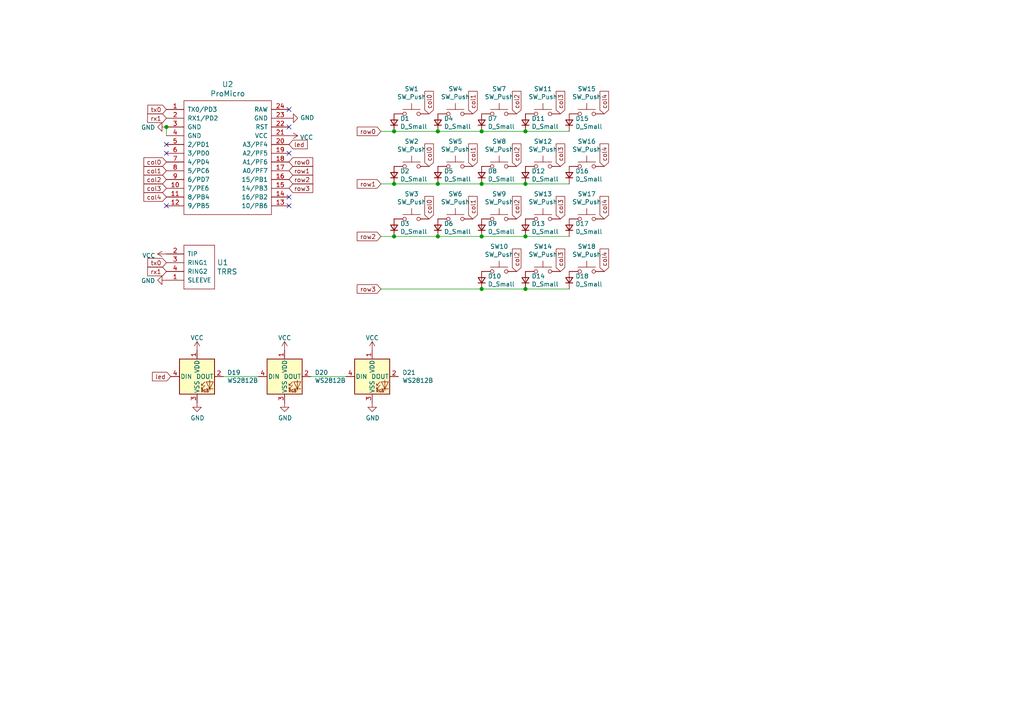
<source format=kicad_sch>
(kicad_sch (version 20210621) (generator eeschema)
  (paper "A4")
  (lib_symbols
    (symbol "Device:D_Small" (pin_numbers hide) (pin_names (offset 0.254) hide)
      (property "Reference" "D" (at -1.27 2.032 0))
      (property "Value" "D_Small" (at -3.81 -2.032 0))
      (symbol "D_Small_0_1"
        (polyline (pts (xy -0.762 -1.016) (xy -0.762 1.016)) (stroke (width 0.254)))
        (polyline (pts (xy -0.762 0) (xy 0.762 0)))
        (polyline (pts (xy 0.762 -1.016) (xy -0.762 0) (xy 0.762 1.016) (xy 0.762 -1.016)) (stroke (width 0.254)))
      )
      (symbol "D_Small_1_1"
        (pin passive line (at -2.54 0 0) (length 1.778) (name "K") (number "1"))
        (pin passive line (at 2.54 0 180) (length 1.778) (name "A") (number "2"))
      )
    )
    (symbol "LED:WS2812B" (pin_names (offset 0.254))
      (property "Reference" "D" (at 5.08 5.715 0))
      (property "Value" "WS2812B" (at 1.27 -5.715 0))
      (symbol "WS2812B_0_0"
        (text "RGB" (at 2.286 -4.191 0) (effects (font (size 0.762 0.762))))
      )
      (symbol "WS2812B_0_1"
        (rectangle (start 5.08 5.08) (end -5.08 -5.08) (stroke (width 0.254)) (fill (type background)))
        (polyline (pts (xy 1.27 -3.556) (xy 1.778 -3.556)))
        (polyline (pts (xy 1.27 -2.54) (xy 1.778 -2.54)))
        (polyline (pts (xy 4.699 -3.556) (xy 2.667 -3.556)))
        (polyline (pts (xy 2.286 -2.54) (xy 1.27 -3.556) (xy 1.27 -3.048)))
        (polyline (pts (xy 2.286 -1.524) (xy 1.27 -2.54) (xy 1.27 -2.032)))
        (polyline (pts (xy 3.683 -1.016) (xy 3.683 -3.556) (xy 3.683 -4.064)))
        (polyline (pts (xy 4.699 -1.524) (xy 2.667 -1.524) (xy 3.683 -3.556) (xy 4.699 -1.524)))
      )
      (symbol "WS2812B_1_1"
        (pin power_in line (at 0 7.62 270) (length 2.54) (name "VDD") (number "1"))
        (pin output line (at 7.62 0 180) (length 2.54) (name "DOUT") (number "2"))
        (pin power_in line (at 0 -7.62 90) (length 2.54) (name "VSS") (number "3"))
        (pin input line (at -7.62 0 0) (length 2.54) (name "DIN") (number "4"))
      )
    )
    (symbol "Switch:SW_Push" (pin_numbers hide) (pin_names (offset 1.016) hide)
      (property "Reference" "SW" (at 1.27 2.54 0))
      (property "Value" "SW_Push" (at 0 -1.524 0))
      (symbol "SW_Push_0_1"
        (circle (center -2.032 0) (radius 0.508))
        (circle (center 2.032 0) (radius 0.508))
        (polyline (pts (xy 0 1.27) (xy 0 3.048)))
        (polyline (pts (xy 2.54 1.27) (xy -2.54 1.27)))
        (pin passive line (at -5.08 0 0) (length 2.54) (name "1") (number "1"))
        (pin passive line (at 5.08 0 180) (length 2.54) (name "2") (number "2"))
      )
    )
    (symbol "keebio:ProMicro" (pin_names (offset 1.016))
      (property "Reference" "U" (at 0 0 0))
      (property "Value" "ProMicro" (at 0 -19.05 0))
      (symbol "ProMicro_0_1"
        (rectangle (start -12.7 -16.51) (end 12.7 16.51))
      )
      (symbol "ProMicro_1_1"
        (pin input line (at -17.78 13.97 0) (length 5.08) (name "TX0/PD3") (number "1"))
        (pin input line (at -17.78 -8.89 0) (length 5.08) (name "7/PE6") (number "10"))
        (pin input line (at -17.78 -11.43 0) (length 5.08) (name "8/PB4") (number "11"))
        (pin input line (at -17.78 -13.97 0) (length 5.08) (name "9/PB5") (number "12"))
        (pin input line (at 17.78 -13.97 180) (length 5.08) (name "10/PB6") (number "13"))
        (pin input line (at 17.78 -11.43 180) (length 5.08) (name "16/PB2") (number "14"))
        (pin input line (at 17.78 -8.89 180) (length 5.08) (name "14/PB3") (number "15"))
        (pin input line (at 17.78 -6.35 180) (length 5.08) (name "15/PB1") (number "16"))
        (pin input line (at 17.78 -3.81 180) (length 5.08) (name "A0/PF7") (number "17"))
        (pin input line (at 17.78 -1.27 180) (length 5.08) (name "A1/PF6") (number "18"))
        (pin input line (at 17.78 1.27 180) (length 5.08) (name "A2/PF5") (number "19"))
        (pin input line (at -17.78 11.43 0) (length 5.08) (name "RX1/PD2") (number "2"))
        (pin input line (at 17.78 3.81 180) (length 5.08) (name "A3/PF4") (number "20"))
        (pin input line (at 17.78 6.35 180) (length 5.08) (name "VCC") (number "21"))
        (pin input line (at 17.78 8.89 180) (length 5.08) (name "RST") (number "22"))
        (pin input line (at 17.78 11.43 180) (length 5.08) (name "GND") (number "23"))
        (pin input line (at 17.78 13.97 180) (length 5.08) (name "RAW") (number "24"))
        (pin input line (at -17.78 8.89 0) (length 5.08) (name "GND") (number "3"))
        (pin input line (at -17.78 6.35 0) (length 5.08) (name "GND") (number "4"))
        (pin input line (at -17.78 3.81 0) (length 5.08) (name "2/PD1") (number "5"))
        (pin input line (at -17.78 1.27 0) (length 5.08) (name "3/PD0") (number "6"))
        (pin input line (at -17.78 -1.27 0) (length 5.08) (name "4/PD4") (number "7"))
        (pin input line (at -17.78 -3.81 0) (length 5.08) (name "5/PC6") (number "8"))
        (pin input line (at -17.78 -6.35 0) (length 5.08) (name "6/PD7") (number "9"))
      )
    )
    (symbol "keebio:TRRS" (pin_names (offset 1.016))
      (property "Reference" "U" (at 0 15.24 0))
      (property "Value" "TRRS" (at 0 -2.54 0))
      (symbol "TRRS_0_1"
        (rectangle (start -3.81 0) (end -3.81 12.7))
        (rectangle (start -3.81 12.7) (end 5.08 12.7))
        (rectangle (start 5.08 0) (end -3.81 0))
        (rectangle (start 5.08 12.7) (end 5.08 0))
      )
      (symbol "TRRS_1_1"
        (pin input line (at -8.89 2.54 0) (length 5.08) (name "SLEEVE") (number "1"))
        (pin input line (at -8.89 10.16 0) (length 5.08) (name "TIP") (number "2"))
        (pin input line (at -8.89 7.62 0) (length 5.08) (name "RING1") (number "3"))
        (pin input line (at -8.89 5.08 0) (length 5.08) (name "RING2") (number "4"))
      )
    )
    (symbol "power:GND" (power) (pin_names (offset 0))
      (property "Value" "GND" (at 0 -3.81 0))
      (symbol "GND_0_1"
        (polyline (pts (xy 0 0) (xy 0 -1.27) (xy 1.27 -1.27) (xy 0 -2.54) (xy -1.27 -1.27) (xy 0 -1.27)))
      )
      (symbol "GND_1_1"
        (pin power_in line (at 0 0 270) (length 0) hide (name "GND") (number "1"))
      )
    )
    (symbol "power:VCC" (power) (pin_names (offset 0))
      (property "Value" "VCC" (at 0 3.81 0))
      (symbol "VCC_0_1"
        (polyline (pts (xy -0.762 1.27) (xy 0 2.54)))
        (polyline (pts (xy 0 0) (xy 0 2.54)))
        (polyline (pts (xy 0 2.54) (xy 0.762 1.27)))
      )
      (symbol "VCC_1_1"
        (pin power_in line (at 0 0 90) (length 0) hide (name "VCC") (number "1"))
      )
    )
  )
  (junction (at 48.26 36.83) (diameter 1.016))
  (junction (at 114.3 38.1) (diameter 1.016))
  (junction (at 114.3 53.34) (diameter 1.016))
  (junction (at 114.3 68.58) (diameter 1.016))
  (junction (at 127 38.1) (diameter 1.016))
  (junction (at 127 53.34) (diameter 1.016))
  (junction (at 127 68.58) (diameter 1.016))
  (junction (at 139.7 38.1) (diameter 1.016))
  (junction (at 139.7 53.34) (diameter 1.016))
  (junction (at 139.7 68.58) (diameter 1.016))
  (junction (at 139.7 83.82) (diameter 1.016))
  (junction (at 152.4 38.1) (diameter 1.016))
  (junction (at 152.4 53.34) (diameter 1.016))
  (junction (at 152.4 68.58) (diameter 1.016))
  (junction (at 152.4 83.82) (diameter 1.016))
  (no_connect (at 48.26 41.91))
  (no_connect (at 48.26 44.45))
  (no_connect (at 48.26 59.69))
  (no_connect (at 83.82 31.75))
  (no_connect (at 83.82 36.83))
  (no_connect (at 83.82 44.45))
  (no_connect (at 83.82 57.15))
  (no_connect (at 83.82 59.69))
  (wire (pts (xy 48.26 39.37) (xy 48.26 36.83)))
  (wire (pts (xy 64.77 109.22) (xy 74.93 109.22)))
  (wire (pts (xy 90.17 109.22) (xy 100.33 109.22)))
  (wire (pts (xy 110.49 38.1) (xy 114.3 38.1)))
  (wire (pts (xy 110.49 53.34) (xy 114.3 53.34)))
  (wire (pts (xy 110.49 68.58) (xy 114.3 68.58)))
  (wire (pts (xy 110.49 83.82) (xy 139.7 83.82)))
  (wire (pts (xy 114.3 38.1) (xy 127 38.1)))
  (wire (pts (xy 114.3 53.34) (xy 127 53.34)))
  (wire (pts (xy 114.3 68.58) (xy 127 68.58)))
  (wire (pts (xy 127 38.1) (xy 139.7 38.1)))
  (wire (pts (xy 127 53.34) (xy 139.7 53.34)))
  (wire (pts (xy 127 68.58) (xy 139.7 68.58)))
  (wire (pts (xy 139.7 38.1) (xy 152.4 38.1)))
  (wire (pts (xy 139.7 53.34) (xy 152.4 53.34)))
  (wire (pts (xy 139.7 68.58) (xy 152.4 68.58)))
  (wire (pts (xy 139.7 83.82) (xy 152.4 83.82)))
  (wire (pts (xy 152.4 38.1) (xy 165.1 38.1)))
  (wire (pts (xy 152.4 53.34) (xy 165.1 53.34)))
  (wire (pts (xy 152.4 68.58) (xy 165.1 68.58)))
  (wire (pts (xy 152.4 83.82) (xy 165.1 83.82)))
  (global_label "tx0" (shape input) (at 48.26 31.75 180) (property "Intersheet References" "${INTERSHEET_REFS}" (effects hide)))
  (global_label "rx1" (shape input) (at 48.26 34.29 180) (property "Intersheet References" "${INTERSHEET_REFS}" (effects hide)))
  (global_label "col0" (shape input) (at 48.26 46.99 180) (property "Intersheet References" "${INTERSHEET_REFS}" (effects hide)))
  (global_label "col1" (shape input) (at 48.26 49.53 180) (property "Intersheet References" "${INTERSHEET_REFS}" (effects hide)))
  (global_label "col2" (shape input) (at 48.26 52.07 180) (property "Intersheet References" "${INTERSHEET_REFS}" (effects hide)))
  (global_label "col3" (shape input) (at 48.26 54.61 180) (property "Intersheet References" "${INTERSHEET_REFS}" (effects hide)))
  (global_label "col4" (shape input) (at 48.26 57.15 180) (property "Intersheet References" "${INTERSHEET_REFS}" (effects hide)))
  (global_label "tx0" (shape input) (at 48.26 76.2 180) (property "Intersheet References" "${INTERSHEET_REFS}" (effects hide)))
  (global_label "rx1" (shape input) (at 48.26 78.74 180) (property "Intersheet References" "${INTERSHEET_REFS}" (effects hide)))
  (global_label "led" (shape input) (at 49.53 109.22 180) (property "Intersheet References" "${INTERSHEET_REFS}" (effects hide)))
  (global_label "led" (shape input) (at 83.82 41.91 0) (property "Intersheet References" "${INTERSHEET_REFS}" (effects hide)))
  (global_label "row0" (shape input) (at 83.82 46.99 0) (property "Intersheet References" "${INTERSHEET_REFS}" (effects hide)))
  (global_label "row1" (shape input) (at 83.82 49.53 0) (property "Intersheet References" "${INTERSHEET_REFS}" (effects hide)))
  (global_label "row2" (shape input) (at 83.82 52.07 0) (property "Intersheet References" "${INTERSHEET_REFS}" (effects hide)))
  (global_label "row3" (shape input) (at 83.82 54.61 0) (property "Intersheet References" "${INTERSHEET_REFS}" (effects hide)))
  (global_label "row0" (shape input) (at 110.49 38.1 180) (property "Intersheet References" "${INTERSHEET_REFS}" (effects hide)))
  (global_label "row1" (shape input) (at 110.49 53.34 180) (property "Intersheet References" "${INTERSHEET_REFS}" (effects hide)))
  (global_label "row2" (shape input) (at 110.49 68.58 180) (property "Intersheet References" "${INTERSHEET_REFS}" (effects hide)))
  (global_label "row3" (shape input) (at 110.49 83.82 180) (property "Intersheet References" "${INTERSHEET_REFS}" (effects hide)))
  (global_label "col0" (shape input) (at 124.46 33.02 90) (property "Intersheet References" "${INTERSHEET_REFS}" (effects hide)))
  (global_label "col0" (shape input) (at 124.46 48.26 90) (property "Intersheet References" "${INTERSHEET_REFS}" (effects hide)))
  (global_label "col0" (shape input) (at 124.46 63.5 90) (property "Intersheet References" "${INTERSHEET_REFS}" (effects hide)))
  (global_label "col1" (shape input) (at 137.16 33.02 90) (property "Intersheet References" "${INTERSHEET_REFS}" (effects hide)))
  (global_label "col1" (shape input) (at 137.16 48.26 90) (property "Intersheet References" "${INTERSHEET_REFS}" (effects hide)))
  (global_label "col1" (shape input) (at 137.16 63.5 90) (property "Intersheet References" "${INTERSHEET_REFS}" (effects hide)))
  (global_label "col2" (shape input) (at 149.86 33.02 90) (property "Intersheet References" "${INTERSHEET_REFS}" (effects hide)))
  (global_label "col2" (shape input) (at 149.86 48.26 90) (property "Intersheet References" "${INTERSHEET_REFS}" (effects hide)))
  (global_label "col2" (shape input) (at 149.86 63.5 90) (property "Intersheet References" "${INTERSHEET_REFS}" (effects hide)))
  (global_label "col2" (shape input) (at 149.86 78.74 90) (property "Intersheet References" "${INTERSHEET_REFS}" (effects hide)))
  (global_label "col3" (shape input) (at 162.56 33.02 90) (property "Intersheet References" "${INTERSHEET_REFS}" (effects hide)))
  (global_label "col3" (shape input) (at 162.56 48.26 90) (property "Intersheet References" "${INTERSHEET_REFS}" (effects hide)))
  (global_label "col3" (shape input) (at 162.56 63.5 90) (property "Intersheet References" "${INTERSHEET_REFS}" (effects hide)))
  (global_label "col3" (shape input) (at 162.56 78.74 90) (property "Intersheet References" "${INTERSHEET_REFS}" (effects hide)))
  (global_label "col4" (shape input) (at 175.26 33.02 90) (property "Intersheet References" "${INTERSHEET_REFS}" (effects hide)))
  (global_label "col4" (shape input) (at 175.26 48.26 90) (property "Intersheet References" "${INTERSHEET_REFS}" (effects hide)))
  (global_label "col4" (shape input) (at 175.26 63.5 90) (property "Intersheet References" "${INTERSHEET_REFS}" (effects hide)))
  (global_label "col4" (shape input) (at 175.26 78.74 90) (property "Intersheet References" "${INTERSHEET_REFS}" (effects hide)))
  (symbol (lib_id "power:VCC") (at 48.26 73.66 90) (unit 1)
    (property "Reference" "#PWR0104" (effects hide))
    (property "Value" "VCC" (at 45.0849 74.139 90) (effects (justify left)))
  )
  (symbol (lib_id "power:VCC") (at 57.15 101.6 0) (unit 1)
    (property "Reference" "#PWR0105" (effects hide))
    (property "Value" "VCC" (at 57.15 97.9954 0))
  )
  (symbol (lib_id "power:VCC") (at 82.55 101.6 0) (unit 1)
    (property "Reference" "#PWR0102" (effects hide))
    (property "Value" "VCC" (at 82.55 97.9954 0))
  )
  (symbol (lib_id "power:VCC") (at 83.82 39.37 270) (unit 1)
    (property "Reference" "#PWR0103" (effects hide))
    (property "Value" "VCC" (at 86.9951 39.849 90) (effects (justify left)))
  )
  (symbol (lib_id "power:VCC") (at 107.95 101.6 0) (unit 1)
    (property "Reference" "#PWR0101" (effects hide))
    (property "Value" "VCC" (at 107.95 97.9954 0))
  )
  (symbol (lib_id "power:GND") (at 48.26 36.83 270) (unit 1)
    (property "Reference" "#PWR01" (effects hide))
    (property "Value" "GND" (at 45.0088 36.957 90) (effects (justify right)))
  )
  (symbol (lib_id "power:GND") (at 48.26 81.28 270) (unit 1)
    (property "Reference" "#PWR02" (effects hide))
    (property "Value" "GND" (at 45.0088 81.407 90) (effects (justify right)))
  )
  (symbol (lib_id "power:GND") (at 57.15 116.84 0) (unit 1)
    (property "Reference" "#PWR04" (effects hide))
    (property "Value" "GND" (at 57.277 121.2342 0))
  )
  (symbol (lib_id "power:GND") (at 82.55 116.84 0) (unit 1)
    (property "Reference" "#PWR05" (effects hide))
    (property "Value" "GND" (at 82.677 121.2342 0))
  )
  (symbol (lib_id "power:GND") (at 83.82 34.29 90) (unit 1)
    (property "Reference" "#PWR03" (effects hide))
    (property "Value" "GND" (at 87.0712 34.163 90) (effects (justify right)))
  )
  (symbol (lib_id "power:GND") (at 107.95 116.84 0) (unit 1)
    (property "Reference" "#PWR06" (effects hide))
    (property "Value" "GND" (at 108.077 121.2342 0))
  )
  (symbol (lib_id "Device:D_Small") (at 114.3 35.56 90) (unit 1)
    (property "Reference" "D1" (at 116.078 34.3916 90) (effects (justify right)))
    (property "Value" "D_Small" (at 116.078 36.703 90) (effects (justify right)))
    (property "Footprint" "perce:D_MiniMELF-DoubleSide" (effects hide))
  )
  (symbol (lib_id "Device:D_Small") (at 114.3 50.8 90) (unit 1)
    (property "Reference" "D2" (at 116.078 49.6316 90) (effects (justify right)))
    (property "Value" "D_Small" (at 116.078 51.943 90) (effects (justify right)))
    (property "Footprint" "perce:D_MiniMELF-DoubleSide" (effects hide))
  )
  (symbol (lib_id "Device:D_Small") (at 114.3 66.04 90) (unit 1)
    (property "Reference" "D3" (at 116.078 64.8716 90) (effects (justify right)))
    (property "Value" "D_Small" (at 116.078 67.183 90) (effects (justify right)))
    (property "Footprint" "perce:D_MiniMELF-DoubleSide" (effects hide))
  )
  (symbol (lib_id "Device:D_Small") (at 127 35.56 90) (unit 1)
    (property "Reference" "D4" (at 128.778 34.3916 90) (effects (justify right)))
    (property "Value" "D_Small" (at 128.778 36.703 90) (effects (justify right)))
    (property "Footprint" "perce:D_MiniMELF-DoubleSide" (effects hide))
  )
  (symbol (lib_id "Device:D_Small") (at 127 50.8 90) (unit 1)
    (property "Reference" "D5" (at 128.778 49.6316 90) (effects (justify right)))
    (property "Value" "D_Small" (at 128.778 51.943 90) (effects (justify right)))
    (property "Footprint" "perce:D_MiniMELF-DoubleSide" (effects hide))
  )
  (symbol (lib_id "Device:D_Small") (at 127 66.04 90) (unit 1)
    (property "Reference" "D6" (at 128.778 64.8716 90) (effects (justify right)))
    (property "Value" "D_Small" (at 128.778 67.183 90) (effects (justify right)))
    (property "Footprint" "perce:D_MiniMELF-DoubleSide" (effects hide))
  )
  (symbol (lib_id "Device:D_Small") (at 139.7 35.56 90) (unit 1)
    (property "Reference" "D7" (at 141.478 34.3916 90) (effects (justify right)))
    (property "Value" "D_Small" (at 141.478 36.703 90) (effects (justify right)))
    (property "Footprint" "perce:D_MiniMELF-DoubleSide" (effects hide))
  )
  (symbol (lib_id "Device:D_Small") (at 139.7 50.8 90) (unit 1)
    (property "Reference" "D8" (at 141.478 49.6316 90) (effects (justify right)))
    (property "Value" "D_Small" (at 141.478 51.943 90) (effects (justify right)))
    (property "Footprint" "perce:D_MiniMELF-DoubleSide" (effects hide))
  )
  (symbol (lib_id "Device:D_Small") (at 139.7 66.04 90) (unit 1)
    (property "Reference" "D9" (at 141.478 64.8716 90) (effects (justify right)))
    (property "Value" "D_Small" (at 141.478 67.183 90) (effects (justify right)))
    (property "Footprint" "perce:D_MiniMELF-DoubleSide" (effects hide))
  )
  (symbol (lib_id "Device:D_Small") (at 139.7 81.28 90) (unit 1)
    (property "Reference" "D10" (at 141.478 80.1116 90) (effects (justify right)))
    (property "Value" "D_Small" (at 141.478 82.423 90) (effects (justify right)))
    (property "Footprint" "perce:D_MiniMELF-DoubleSide" (effects hide))
  )
  (symbol (lib_id "Device:D_Small") (at 152.4 35.56 90) (unit 1)
    (property "Reference" "D11" (at 154.178 34.3916 90) (effects (justify right)))
    (property "Value" "D_Small" (at 154.178 36.703 90) (effects (justify right)))
    (property "Footprint" "perce:D_MiniMELF-DoubleSide" (effects hide))
  )
  (symbol (lib_id "Device:D_Small") (at 152.4 50.8 90) (unit 1)
    (property "Reference" "D12" (at 154.178 49.6316 90) (effects (justify right)))
    (property "Value" "D_Small" (at 154.178 51.943 90) (effects (justify right)))
    (property "Footprint" "perce:D_MiniMELF-DoubleSide" (effects hide))
  )
  (symbol (lib_id "Device:D_Small") (at 152.4 66.04 90) (unit 1)
    (property "Reference" "D13" (at 154.178 64.8716 90) (effects (justify right)))
    (property "Value" "D_Small" (at 154.178 67.183 90) (effects (justify right)))
    (property "Footprint" "perce:D_MiniMELF-DoubleSide" (effects hide))
  )
  (symbol (lib_id "Device:D_Small") (at 152.4 81.28 90) (unit 1)
    (property "Reference" "D14" (at 154.178 80.1116 90) (effects (justify right)))
    (property "Value" "D_Small" (at 154.178 82.423 90) (effects (justify right)))
    (property "Footprint" "perce:D_MiniMELF-DoubleSide" (effects hide))
  )
  (symbol (lib_id "Device:D_Small") (at 165.1 35.56 90) (unit 1)
    (property "Reference" "D15" (at 166.878 34.3916 90) (effects (justify right)))
    (property "Value" "D_Small" (at 166.878 36.703 90) (effects (justify right)))
    (property "Footprint" "perce:D_MiniMELF-DoubleSide" (effects hide))
  )
  (symbol (lib_id "Device:D_Small") (at 165.1 50.8 90) (unit 1)
    (property "Reference" "D16" (at 166.878 49.6316 90) (effects (justify right)))
    (property "Value" "D_Small" (at 166.878 51.943 90) (effects (justify right)))
    (property "Footprint" "perce:D_MiniMELF-DoubleSide" (effects hide))
  )
  (symbol (lib_id "Device:D_Small") (at 165.1 66.04 90) (unit 1)
    (property "Reference" "D17" (at 166.878 64.8716 90) (effects (justify right)))
    (property "Value" "D_Small" (at 166.878 67.183 90) (effects (justify right)))
    (property "Footprint" "perce:D_MiniMELF-DoubleSide" (effects hide))
  )
  (symbol (lib_id "Device:D_Small") (at 165.1 81.28 90) (unit 1)
    (property "Reference" "D18" (at 166.878 80.1116 90) (effects (justify right)))
    (property "Value" "D_Small" (at 166.878 82.423 90) (effects (justify right)))
    (property "Footprint" "perce:D_MiniMELF-DoubleSide" (effects hide))
  )
  (symbol (lib_id "Switch:SW_Push") (at 119.38 33.02 0) (unit 1)
    (property "Reference" "SW1" (at 119.38 25.781 0))
    (property "Value" "SW_Push" (at 119.38 28.0924 0))
    (property "Footprint" "perce:MX-reversible-min-spacing" (effects hide))
  )
  (symbol (lib_id "Switch:SW_Push") (at 119.38 48.26 0) (unit 1)
    (property "Reference" "SW2" (at 119.38 41.021 0))
    (property "Value" "SW_Push" (at 119.38 43.3324 0))
    (property "Footprint" "perce:MX-reversible-min-spacing" (effects hide))
  )
  (symbol (lib_id "Switch:SW_Push") (at 119.38 63.5 0) (unit 1)
    (property "Reference" "SW3" (at 119.38 56.261 0))
    (property "Value" "SW_Push" (at 119.38 58.5724 0))
    (property "Footprint" "perce:MX-reversible-min-spacing" (effects hide))
  )
  (symbol (lib_id "Switch:SW_Push") (at 132.08 33.02 0) (unit 1)
    (property "Reference" "SW4" (at 132.08 25.781 0))
    (property "Value" "SW_Push" (at 132.08 28.0924 0))
    (property "Footprint" "perce:MX-reversible-min-spacing" (effects hide))
  )
  (symbol (lib_id "Switch:SW_Push") (at 132.08 48.26 0) (unit 1)
    (property "Reference" "SW5" (at 132.08 41.021 0))
    (property "Value" "SW_Push" (at 132.08 43.3324 0))
    (property "Footprint" "perce:MX-reversible-min-spacing" (effects hide))
  )
  (symbol (lib_id "Switch:SW_Push") (at 132.08 63.5 0) (unit 1)
    (property "Reference" "SW6" (at 132.08 56.261 0))
    (property "Value" "SW_Push" (at 132.08 58.5724 0))
    (property "Footprint" "perce:MX-reversible-min-spacing" (effects hide))
  )
  (symbol (lib_id "Switch:SW_Push") (at 144.78 33.02 0) (unit 1)
    (property "Reference" "SW7" (at 144.78 25.781 0))
    (property "Value" "SW_Push" (at 144.78 28.0924 0))
    (property "Footprint" "perce:MX-reversible-min-spacing" (effects hide))
  )
  (symbol (lib_id "Switch:SW_Push") (at 144.78 48.26 0) (unit 1)
    (property "Reference" "SW8" (at 144.78 41.021 0))
    (property "Value" "SW_Push" (at 144.78 43.3324 0))
    (property "Footprint" "perce:MX-reversible-min-spacing" (effects hide))
  )
  (symbol (lib_id "Switch:SW_Push") (at 144.78 63.5 0) (unit 1)
    (property "Reference" "SW9" (at 144.78 56.261 0))
    (property "Value" "SW_Push" (at 144.78 58.5724 0))
    (property "Footprint" "perce:MX-reversible-min-spacing" (effects hide))
  )
  (symbol (lib_id "Switch:SW_Push") (at 144.78 78.74 0) (unit 1)
    (property "Reference" "SW10" (at 144.78 71.501 0))
    (property "Value" "SW_Push" (at 144.78 73.8124 0))
    (property "Footprint" "perce:MX-reversible-min-spacing" (effects hide))
  )
  (symbol (lib_id "Switch:SW_Push") (at 157.48 33.02 0) (unit 1)
    (property "Reference" "SW11" (at 157.48 25.781 0))
    (property "Value" "SW_Push" (at 157.48 28.0924 0))
    (property "Footprint" "perce:MX-reversible-min-spacing" (effects hide))
  )
  (symbol (lib_id "Switch:SW_Push") (at 157.48 48.26 0) (unit 1)
    (property "Reference" "SW12" (at 157.48 41.021 0))
    (property "Value" "SW_Push" (at 157.48 43.3324 0))
    (property "Footprint" "perce:MX-reversible-min-spacing" (effects hide))
  )
  (symbol (lib_id "Switch:SW_Push") (at 157.48 63.5 0) (unit 1)
    (property "Reference" "SW13" (at 157.48 56.261 0))
    (property "Value" "SW_Push" (at 157.48 58.5724 0))
    (property "Footprint" "perce:MX-reversible-min-spacing" (effects hide))
  )
  (symbol (lib_id "Switch:SW_Push") (at 157.48 78.74 0) (unit 1)
    (property "Reference" "SW14" (at 157.48 71.501 0))
    (property "Value" "SW_Push" (at 157.48 73.8124 0))
    (property "Footprint" "perce:MX-reversible-min-spacing" (effects hide))
  )
  (symbol (lib_id "Switch:SW_Push") (at 170.18 33.02 0) (unit 1)
    (property "Reference" "SW15" (at 170.18 25.781 0))
    (property "Value" "SW_Push" (at 170.18 28.0924 0))
    (property "Footprint" "perce:MX-reversible-min-spacing" (effects hide))
  )
  (symbol (lib_id "Switch:SW_Push") (at 170.18 48.26 0) (unit 1)
    (property "Reference" "SW16" (at 170.18 41.021 0))
    (property "Value" "SW_Push" (at 170.18 43.3324 0))
    (property "Footprint" "perce:MX-reversible-min-spacing" (effects hide))
  )
  (symbol (lib_id "Switch:SW_Push") (at 170.18 63.5 0) (unit 1)
    (property "Reference" "SW17" (at 170.18 56.261 0))
    (property "Value" "SW_Push" (at 170.18 58.5724 0))
    (property "Footprint" "perce:MX-reversible-min-spacing" (effects hide))
  )
  (symbol (lib_id "Switch:SW_Push") (at 170.18 78.74 0) (unit 1)
    (property "Reference" "SW18" (at 170.18 71.501 0))
    (property "Value" "SW_Push" (at 170.18 73.8124 0))
    (property "Footprint" "perce:MX-reversible-min-spacing" (effects hide))
  )
  (symbol (lib_id "keebio:TRRS") (at 57.15 83.82 0) (unit 1)
    (property "Reference" "U1" (at 62.9412 76.1238 0) (effects (font (size 1.524 1.524)) (justify left)))
    (property "Value" "TRRS" (at 62.9412 78.8162 0) (effects (font (size 1.524 1.524)) (justify left)))
    (property "Footprint" "perce:TRRS-PJ-320A-dual_slim" (effects hide))
  )
  (symbol (lib_id "LED:WS2812B") (at 57.15 109.22 0) (unit 1)
    (property "Reference" "D19" (at 65.8876 108.0516 0) (effects (justify left)))
    (property "Value" "WS2812B" (at 65.8876 110.363 0) (effects (justify left)))
    (property "Footprint" "perce:LED_WS2812B_PLCC4_5.0x5.0mm_P3.2mm" (effects hide))
    (property "Datasheet" "https://cdn-shop.adafruit.com/datasheets/WS2812B.pdf" (effects hide))
  )
  (symbol (lib_id "LED:WS2812B") (at 82.55 109.22 0) (unit 1)
    (property "Reference" "D20" (at 91.2876 108.0516 0) (effects (justify left)))
    (property "Value" "WS2812B" (at 91.2876 110.363 0) (effects (justify left)))
    (property "Footprint" "perce:LED_WS2812B_PLCC4_5.0x5.0mm_P3.2mm" (effects hide))
    (property "Datasheet" "https://cdn-shop.adafruit.com/datasheets/WS2812B.pdf" (effects hide))
  )
  (symbol (lib_id "LED:WS2812B") (at 107.95 109.22 0) (unit 1)
    (property "Reference" "D21" (at 116.6876 108.0516 0) (effects (justify left)))
    (property "Value" "WS2812B" (at 116.6876 110.363 0) (effects (justify left)))
    (property "Footprint" "perce:LED_WS2812B_PLCC4_5.0x5.0mm_P3.2mm" (effects hide))
    (property "Datasheet" "https://cdn-shop.adafruit.com/datasheets/WS2812B.pdf" (effects hide))
  )
  (symbol (lib_id "keebio:ProMicro") (at 66.04 45.72 0) (unit 1)
    (property "Reference" "U2" (at 66.04 24.4602 0) (effects (font (size 1.524 1.524))))
    (property "Value" "ProMicro" (at 66.04 27.1526 0) (effects (font (size 1.524 1.524))))
    (property "Footprint" "perce:ReversibleProMicro" (effects hide))
  )
)
</source>
